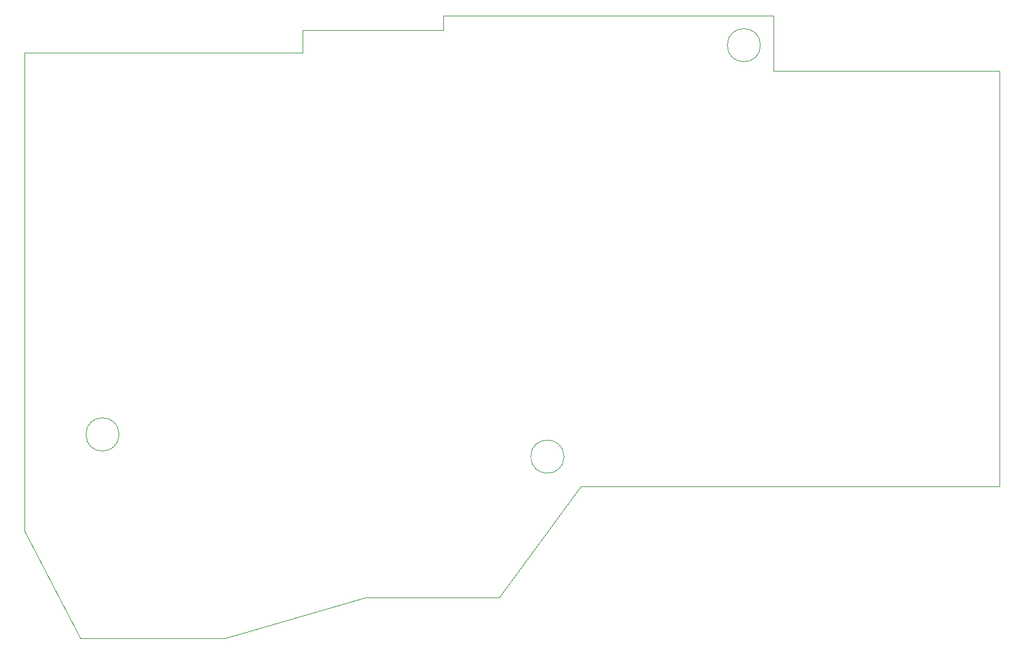
<source format=gm1>
%TF.GenerationSoftware,KiCad,Pcbnew,8.0.1*%
%TF.CreationDate,2024-09-02T22:54:56+02:00*%
%TF.ProjectId,KeyboardTest2,4b657962-6f61-4726-9454-657374322e6b,rev?*%
%TF.SameCoordinates,Original*%
%TF.FileFunction,Profile,NP*%
%FSLAX46Y46*%
G04 Gerber Fmt 4.6, Leading zero omitted, Abs format (unit mm)*
G04 Created by KiCad (PCBNEW 8.0.1) date 2024-09-02 22:54:56*
%MOMM*%
%LPD*%
G01*
G04 APERTURE LIST*
%TA.AperFunction,Profile*%
%ADD10C,0.050000*%
%TD*%
G04 APERTURE END LIST*
D10*
X78500000Y-22500000D02*
X60000000Y-22500000D01*
X59500000Y-22500000D02*
X59500000Y-25500000D01*
X34736068Y-77000000D02*
G75*
G02*
X30263932Y-77000000I-2236068J0D01*
G01*
X30263932Y-77000000D02*
G75*
G02*
X34736068Y-77000000I2236068J0D01*
G01*
X40500000Y-25500000D02*
X22000000Y-25500000D01*
X122500000Y-20500000D02*
X123000000Y-20500000D01*
X97000000Y-84000000D02*
X86000000Y-99000000D01*
X22000000Y-25500000D02*
X22000000Y-90000000D01*
X121236068Y-24500000D02*
G75*
G02*
X116763932Y-24500000I-2236068J0D01*
G01*
X116763932Y-24500000D02*
G75*
G02*
X121236068Y-24500000I2236068J0D01*
G01*
X49000000Y-104500000D02*
X68000000Y-99000000D01*
X116500000Y-84000000D02*
X97000000Y-84000000D01*
X96500000Y-20500000D02*
X78500000Y-20500000D01*
X96500000Y-20500000D02*
X122500000Y-20500000D01*
X123000000Y-28000000D02*
X153500000Y-28000000D01*
X123000000Y-20500000D02*
X123000000Y-28000000D01*
X153500000Y-84000000D02*
X153500000Y-28000000D01*
X22000000Y-90000000D02*
X29500000Y-104500000D01*
X116500000Y-84000000D02*
X134500000Y-84000000D01*
X68000000Y-99000000D02*
X86000000Y-99000000D01*
X78500000Y-20500000D02*
X78500000Y-22500000D01*
X29500000Y-104500000D02*
X49000000Y-104500000D01*
X134500000Y-84000000D02*
X153500000Y-84000000D01*
X60000000Y-22500000D02*
X59500000Y-22500000D01*
X94736068Y-80000000D02*
G75*
G02*
X90263932Y-80000000I-2236068J0D01*
G01*
X90263932Y-80000000D02*
G75*
G02*
X94736068Y-80000000I2236068J0D01*
G01*
X59500000Y-25500000D02*
X40500000Y-25500000D01*
M02*

</source>
